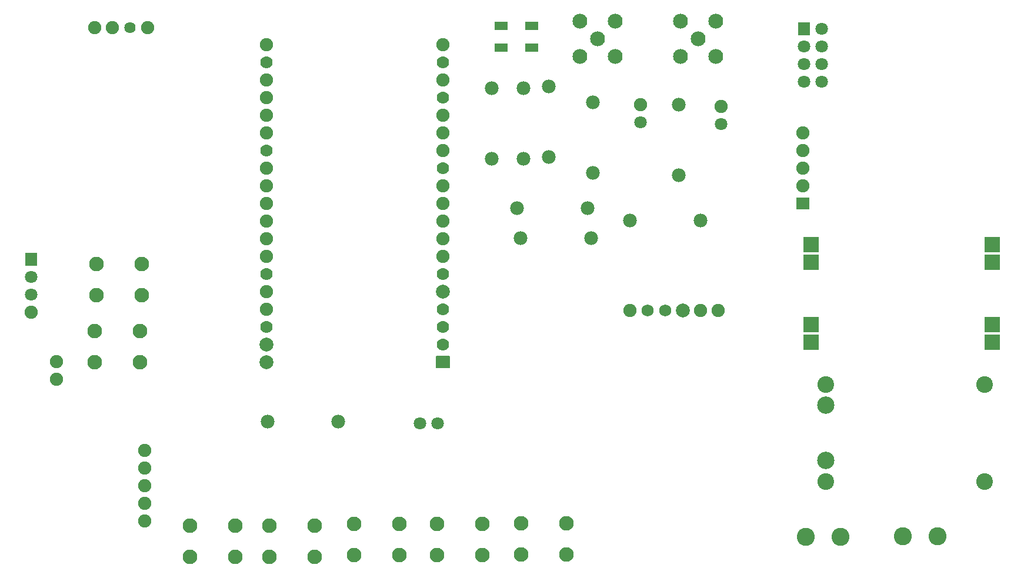
<source format=gts>
G04 Layer: TopSolderMaskLayer*
G04 EasyEDA v6.5.47, 2024-09-19 05:09:15*
G04 e78f94bf6dc54b698cf268439f808c62,20cc673dbd184c8ca6733993ffc9aab1,10*
G04 Gerber Generator version 0.2*
G04 Scale: 100 percent, Rotated: No, Reflected: No *
G04 Dimensions in millimeters *
G04 leading zeros omitted , absolute positions ,4 integer and 5 decimal *
%FSLAX45Y45*%
%MOMM*%

%AMMACRO1*4,1,8,-0.8921,-0.8556,-0.9516,-0.7961,-0.9516,0.7961,-0.8921,0.8556,0.8921,0.8556,0.9516,0.7961,0.9516,-0.7961,0.8921,-0.8556,-0.8921,-0.8556,0*%
%AMMACRO2*4,1,8,-0.8085,-0.9508,-0.8382,-0.921,-0.8382,0.9211,-0.8085,0.9508,0.8084,0.9508,0.8382,0.9211,0.8382,-0.921,0.8084,-0.9508,-0.8085,-0.9508,0*%
%AMMACRO3*4,1,8,-0.9421,-0.889,-1.0016,-0.8295,-1.0016,0.8295,-0.9421,0.889,0.9421,0.889,1.0016,0.8295,1.0016,-0.8295,0.9421,-0.889,-0.9421,-0.889,0*%
%AMMACRO4*4,1,8,-0.8211,-0.9008,-0.8508,-0.871,-0.8508,0.8711,-0.8211,0.9008,0.821,0.9008,0.8508,0.8711,0.8508,-0.871,0.821,-0.9008,-0.8211,-0.9008,0*%
%AMMACRO5*4,1,8,-0.9211,-0.6008,-0.9508,-0.5711,-0.9508,0.5711,-0.9211,0.6008,0.9211,0.6008,0.9508,0.5711,0.9508,-0.5711,0.9211,-0.6008,-0.9211,-0.6008,0*%
%AMMACRO6*4,1,8,-1.0421,-1.1016,-1.1016,-1.0421,-1.1016,1.0421,-1.0421,1.1016,1.0421,1.1016,1.1016,1.0421,1.1016,-1.0421,1.0421,-1.1016,-1.0421,-1.1016,0*%
%ADD10MACRO1*%
%ADD11C,1.9032*%
%ADD12C,2.6016*%
%ADD13C,2.1336*%
%ADD14C,2.1016*%
%ADD15C,1.9016*%
%ADD16C,1.6256*%
%ADD17C,2.4032*%
%ADD18C,2.5032*%
%ADD19MACRO2*%
%ADD20C,1.8016*%
%ADD21C,1.7780*%
%ADD22C,2.0032*%
%ADD23MACRO3*%
%ADD24C,1.7272*%
%ADD25MACRO4*%
%ADD26MACRO5*%
%ADD27MACRO6*%
%ADD28C,1.9812*%

%LPD*%
D10*
G01*
X12725401Y6489700D03*
D11*
G01*
X12725400Y6743700D03*
G01*
X12725400Y6997700D03*
G01*
X12725400Y7251700D03*
G01*
X12725400Y7505700D03*
D12*
G01*
X14664943Y1701800D03*
G01*
X14164056Y1701800D03*
D13*
G01*
X11214100Y8864600D03*
G01*
X10960100Y9118600D03*
G01*
X10960100Y8610600D03*
G01*
X11468100Y8610600D03*
G01*
X11468100Y9118600D03*
G01*
X9766300Y8864600D03*
G01*
X9512300Y9118600D03*
G01*
X9512300Y8610600D03*
G01*
X10020300Y8610600D03*
G01*
X10020300Y9118600D03*
D14*
G01*
X3904106Y1400606D03*
G01*
X4554093Y1400606D03*
G01*
X4554093Y1850593D03*
G01*
X3904106Y1850593D03*
G01*
X5047106Y1400606D03*
G01*
X5697093Y1400606D03*
G01*
X5697093Y1850593D03*
G01*
X5047106Y1850593D03*
G01*
X6266306Y1426006D03*
G01*
X6916293Y1426006D03*
G01*
X6916293Y1875993D03*
G01*
X6266306Y1875993D03*
G01*
X7460106Y1426006D03*
G01*
X8110093Y1426006D03*
G01*
X8110093Y1875993D03*
G01*
X7460106Y1875993D03*
G01*
X8666606Y1438706D03*
G01*
X9316593Y1438706D03*
G01*
X9316593Y1888693D03*
G01*
X8666606Y1888693D03*
D15*
G01*
X3290188Y9018193D03*
D16*
G01*
X3036188Y9018193D03*
D15*
G01*
X2782188Y9018193D03*
G01*
X2528188Y9018193D03*
D17*
G01*
X15341600Y2489200D03*
G01*
X15341600Y3886200D03*
G01*
X13055600Y2489200D03*
G01*
X13055600Y3886200D03*
D18*
G01*
X13055600Y2789199D03*
G01*
X13055600Y3586200D03*
D14*
G01*
X2557906Y5172506D03*
G01*
X3207893Y5172506D03*
G01*
X3207893Y5622493D03*
G01*
X2557906Y5622493D03*
D19*
G01*
X1612900Y5689600D03*
D20*
G01*
X1612900Y5435600D03*
G01*
X1612900Y5181600D03*
D15*
G01*
X1612900Y4927600D03*
D14*
G01*
X2532506Y4207306D03*
G01*
X3182493Y4207306D03*
G01*
X3182493Y4657293D03*
G01*
X2532506Y4657293D03*
D11*
G01*
X7543800Y8775700D03*
D21*
G01*
X7543800Y8521700D03*
G01*
X7543800Y8013700D03*
D11*
G01*
X7543800Y8267700D03*
G01*
X7543800Y7251700D03*
D21*
G01*
X7543800Y6997700D03*
D11*
G01*
X7543800Y7505700D03*
G01*
X7543800Y7759700D03*
G01*
X7543800Y5727700D03*
D21*
G01*
X7543800Y5473700D03*
G01*
X7543800Y4965700D03*
D22*
G01*
X7543800Y5219700D03*
D11*
G01*
X7543800Y6235700D03*
G01*
X7543800Y5981700D03*
G01*
X7543800Y6489700D03*
G01*
X7543800Y6743700D03*
D21*
G01*
X7543800Y4711700D03*
G01*
X7543800Y4457700D03*
D23*
G01*
X7543800Y4203700D03*
D22*
G01*
X5003800Y4203700D03*
G01*
X5003800Y4457700D03*
D21*
G01*
X5003800Y4711700D03*
D11*
G01*
X5003800Y6743700D03*
G01*
X5003800Y6489700D03*
G01*
X5003800Y5981700D03*
G01*
X5003800Y6235700D03*
G01*
X5003800Y5219700D03*
G01*
X5003800Y4965700D03*
D21*
G01*
X5003800Y5473700D03*
D11*
G01*
X5003800Y5727700D03*
G01*
X5003800Y7759700D03*
G01*
X5003800Y7505700D03*
G01*
X5003800Y6997700D03*
D21*
G01*
X5003800Y7251700D03*
D11*
G01*
X5003800Y8267700D03*
G01*
X5003800Y8013700D03*
D21*
G01*
X5003800Y8521700D03*
D11*
G01*
X5003800Y8775700D03*
G01*
X11506200Y4953000D03*
G01*
X11252200Y4953000D03*
D22*
G01*
X10998200Y4953000D03*
D24*
G01*
X10744200Y4953000D03*
G01*
X10490200Y4953000D03*
D11*
G01*
X10236200Y4953000D03*
D20*
G01*
X12991007Y8246897D03*
G01*
X12737007Y8246897D03*
G01*
X12991007Y8500897D03*
G01*
X12737007Y8500897D03*
G01*
X12991007Y8754897D03*
G01*
X12737007Y8754897D03*
G01*
X12991007Y9008897D03*
D25*
G01*
X12737007Y9008896D03*
D15*
G01*
X3253104Y2934030D03*
G01*
X3253104Y2680030D03*
G01*
X3253104Y2426030D03*
G01*
X3253104Y2172030D03*
G01*
X3253104Y1918030D03*
D26*
G01*
X8377910Y9049994D03*
G01*
X8377910Y8730005D03*
G01*
X8817889Y8730005D03*
G01*
X8817889Y9049994D03*
D12*
G01*
X13267943Y1689100D03*
G01*
X12767056Y1689100D03*
D27*
G01*
X12846400Y5642000D03*
G01*
X12846400Y5896000D03*
G01*
X12846400Y4496000D03*
G01*
X12846400Y4750000D03*
G01*
X15446400Y4496000D03*
G01*
X15446400Y4750000D03*
G01*
X15446400Y5642000D03*
G01*
X15446400Y5896000D03*
D20*
G01*
X7467600Y3327400D03*
G01*
X7213600Y3327400D03*
G01*
X11544300Y7632700D03*
D15*
G01*
X11544300Y7886700D03*
D20*
G01*
X10388600Y7658100D03*
D15*
G01*
X10388600Y7912100D03*
D28*
G01*
X10236200Y6248400D03*
G01*
X11252200Y6248400D03*
G01*
X10934700Y6896100D03*
G01*
X10934700Y7912100D03*
G01*
X9702800Y6934200D03*
G01*
X9702800Y7950200D03*
G01*
X9067800Y8178800D03*
G01*
X9067800Y7162800D03*
G01*
X8242300Y7137400D03*
G01*
X8242300Y8153400D03*
G01*
X5016500Y3352800D03*
G01*
X6032500Y3352800D03*
G01*
X9626600Y6426200D03*
G01*
X8610600Y6426200D03*
G01*
X8661400Y5994400D03*
G01*
X9677400Y5994400D03*
G01*
X8699500Y7137400D03*
G01*
X8699500Y8153400D03*
D15*
G01*
X1981200Y3962400D03*
G01*
X1981200Y4216400D03*
M02*

</source>
